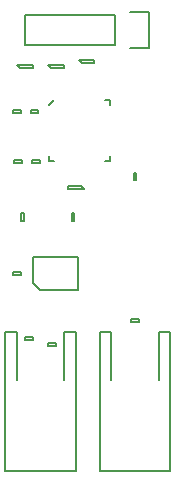
<source format=gto>
G04 #@! TF.FileFunction,Legend,Top*
%FSLAX46Y46*%
G04 Gerber Fmt 4.6, Leading zero omitted, Abs format (unit mm)*
G04 Created by KiCad (PCBNEW 4.0.2-4+6225~38~ubuntu15.10.1-stable) date Mon 28 Mar 2016 22:58:05 BST*
%MOMM*%
G01*
G04 APERTURE LIST*
%ADD10C,0.100000*%
%ADD11C,0.150000*%
G04 APERTURE END LIST*
D10*
D11*
X118845000Y-98825000D02*
X118845000Y-96575000D01*
X118845000Y-96575000D02*
X122655000Y-96575000D01*
X122655000Y-96575000D02*
X122655000Y-99425000D01*
X122655000Y-99425000D02*
X119445000Y-99425000D01*
X119445000Y-99425000D02*
X118845000Y-98825000D01*
X122500000Y-114700000D02*
X116500000Y-114700000D01*
X116500000Y-114700000D02*
X116500000Y-103000000D01*
X116500000Y-103000000D02*
X117500000Y-103000000D01*
X117500000Y-103000000D02*
X117500000Y-107000000D01*
X122500000Y-114700000D02*
X122500000Y-103000000D01*
X122500000Y-103000000D02*
X121500000Y-103000000D01*
X121500000Y-103000000D02*
X121500000Y-107000000D01*
X117875000Y-92925000D02*
X118125000Y-92925000D01*
X118125000Y-92925000D02*
X118125000Y-93575000D01*
X118125000Y-93575000D02*
X117875000Y-93575000D01*
X117875000Y-93575000D02*
X117875000Y-92925000D01*
X117175000Y-84425000D02*
X117175000Y-84175000D01*
X117175000Y-84175000D02*
X117825000Y-84175000D01*
X117825000Y-84175000D02*
X117825000Y-84425000D01*
X117825000Y-84425000D02*
X117175000Y-84425000D01*
X118675000Y-84425000D02*
X118675000Y-84175000D01*
X118675000Y-84175000D02*
X119325000Y-84175000D01*
X119325000Y-84175000D02*
X119325000Y-84425000D01*
X119325000Y-84425000D02*
X118675000Y-84425000D01*
X119425000Y-88375000D02*
X119425000Y-88625000D01*
X119425000Y-88625000D02*
X118775000Y-88625000D01*
X118775000Y-88625000D02*
X118775000Y-88375000D01*
X118775000Y-88375000D02*
X119425000Y-88375000D01*
X127375000Y-89475000D02*
X127625000Y-89475000D01*
X127625000Y-89475000D02*
X127625000Y-90125000D01*
X127625000Y-90125000D02*
X127375000Y-90125000D01*
X127375000Y-90125000D02*
X127375000Y-89475000D01*
X127825000Y-101875000D02*
X127825000Y-102125000D01*
X127825000Y-102125000D02*
X127175000Y-102125000D01*
X127175000Y-102125000D02*
X127175000Y-101875000D01*
X127175000Y-101875000D02*
X127825000Y-101875000D01*
X122375000Y-93575000D02*
X122125000Y-93575000D01*
X122125000Y-93575000D02*
X122125000Y-92925000D01*
X122125000Y-92925000D02*
X122375000Y-92925000D01*
X122375000Y-92925000D02*
X122375000Y-93575000D01*
X130500000Y-114700000D02*
X124500000Y-114700000D01*
X124500000Y-114700000D02*
X124500000Y-103000000D01*
X124500000Y-103000000D02*
X125500000Y-103000000D01*
X125500000Y-103000000D02*
X125500000Y-107000000D01*
X130500000Y-114700000D02*
X130500000Y-103000000D01*
X130500000Y-103000000D02*
X129500000Y-103000000D01*
X129500000Y-103000000D02*
X129500000Y-107000000D01*
X125830000Y-76130000D02*
X118210000Y-76130000D01*
X125830000Y-78670000D02*
X118210000Y-78670000D01*
X128650000Y-78950000D02*
X127100000Y-78950000D01*
X118210000Y-76130000D02*
X118210000Y-78670000D01*
X125830000Y-78670000D02*
X125830000Y-76130000D01*
X127100000Y-75850000D02*
X128650000Y-75850000D01*
X128650000Y-75850000D02*
X128650000Y-78950000D01*
X117825000Y-97875000D02*
X117825000Y-98125000D01*
X117825000Y-98125000D02*
X117175000Y-98125000D01*
X117175000Y-98125000D02*
X117175000Y-97875000D01*
X117175000Y-97875000D02*
X117825000Y-97875000D01*
X120250000Y-83750000D02*
X120650000Y-83350000D01*
X124950000Y-83350000D02*
X125350000Y-83350000D01*
X125350000Y-83350000D02*
X125350000Y-83750000D01*
X124950000Y-88450000D02*
X125350000Y-88450000D01*
X125350000Y-88450000D02*
X125350000Y-88050000D01*
X120650000Y-88450000D02*
X120250000Y-88450000D01*
X120250000Y-88450000D02*
X120250000Y-88050000D01*
X122750000Y-79975000D02*
X122750000Y-79975000D01*
X122750000Y-79975000D02*
X124050000Y-79975000D01*
X124050000Y-79975000D02*
X124050000Y-80225000D01*
X124050000Y-80225000D02*
X123000000Y-80225000D01*
X123000000Y-80225000D02*
X122750000Y-79975000D01*
X120150000Y-80375000D02*
X120150000Y-80375000D01*
X120150000Y-80375000D02*
X121450000Y-80375000D01*
X121450000Y-80375000D02*
X121450000Y-80625000D01*
X121450000Y-80625000D02*
X120400000Y-80625000D01*
X120400000Y-80625000D02*
X120150000Y-80375000D01*
X117550000Y-80375000D02*
X117550000Y-80375000D01*
X117550000Y-80375000D02*
X118850000Y-80375000D01*
X118850000Y-80375000D02*
X118850000Y-80625000D01*
X118850000Y-80625000D02*
X117800000Y-80625000D01*
X117800000Y-80625000D02*
X117550000Y-80375000D01*
X123150000Y-90825000D02*
X123150000Y-90825000D01*
X123150000Y-90825000D02*
X121850000Y-90825000D01*
X121850000Y-90825000D02*
X121850000Y-90575000D01*
X121850000Y-90575000D02*
X122900000Y-90575000D01*
X122900000Y-90575000D02*
X123150000Y-90825000D01*
X117925000Y-88375000D02*
X117925000Y-88625000D01*
X117925000Y-88625000D02*
X117275000Y-88625000D01*
X117275000Y-88625000D02*
X117275000Y-88375000D01*
X117275000Y-88375000D02*
X117925000Y-88375000D01*
X120825000Y-103875000D02*
X120825000Y-104125000D01*
X120825000Y-104125000D02*
X120175000Y-104125000D01*
X120175000Y-104125000D02*
X120175000Y-103875000D01*
X120175000Y-103875000D02*
X120825000Y-103875000D01*
X118825000Y-103375000D02*
X118825000Y-103625000D01*
X118825000Y-103625000D02*
X118175000Y-103625000D01*
X118175000Y-103625000D02*
X118175000Y-103375000D01*
X118175000Y-103375000D02*
X118825000Y-103375000D01*
M02*

</source>
